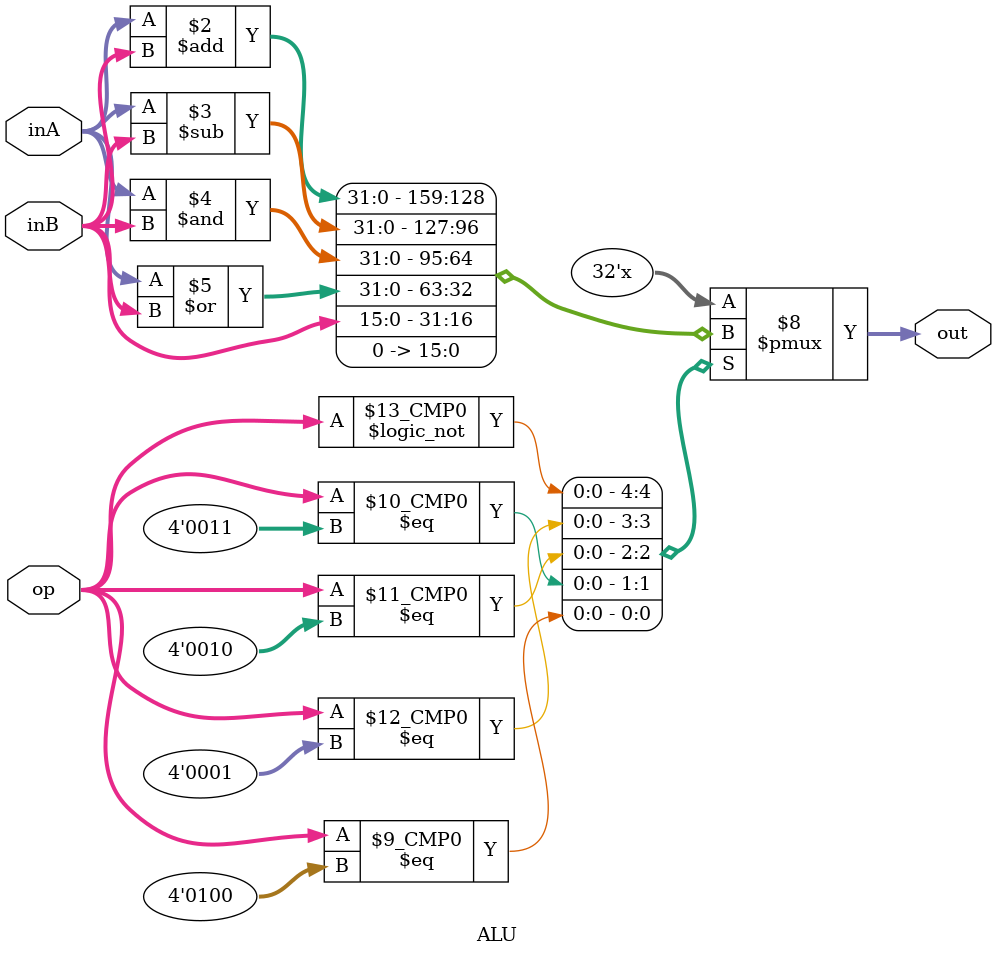
<source format=v>
`timescale 1ns / 1ps
`define ADDU_OP    4'b0000
`define SUBU_OP    4'b0001
`define AND_OP     4'b0010
`define OR_OP      4'b0011
`define	LUI_OP	   4'b0100
`define NEW_OP     4'b0101
module ALU(
    input   [31:0]  inA, inB,
    input   [3:0]   op,

    output  reg [31:0]  out
    );

    always @(*) begin
        case (op)
            `ADDU_OP: out = inA + inB;
            `SUBU_OP: out = inA - inB;
            `AND_OP : out = inA & inB;
            `OR_OP  : out = inA | inB;
            `LUI_OP : out = {inB[15:0], 16'h0};
            `NEW_OP: begin

            end
        endcase
    end

endmodule

</source>
